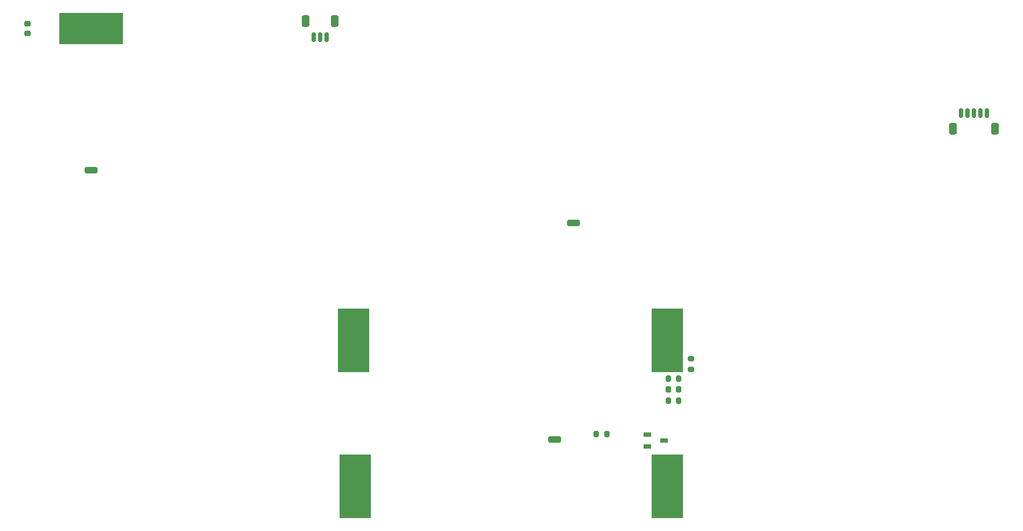
<source format=gtp>
G04 #@! TF.GenerationSoftware,KiCad,Pcbnew,7.0.9*
G04 #@! TF.CreationDate,2023-12-19T12:28:11+08:00*
G04 #@! TF.ProjectId,layer1,6c617965-7231-42e6-9b69-6361645f7063,rev?*
G04 #@! TF.SameCoordinates,Original*
G04 #@! TF.FileFunction,Paste,Top*
G04 #@! TF.FilePolarity,Positive*
%FSLAX46Y46*%
G04 Gerber Fmt 4.6, Leading zero omitted, Abs format (unit mm)*
G04 Created by KiCad (PCBNEW 7.0.9) date 2023-12-19 12:28:11*
%MOMM*%
%LPD*%
G01*
G04 APERTURE LIST*
G04 Aperture macros list*
%AMRoundRect*
0 Rectangle with rounded corners*
0 $1 Rounding radius*
0 $2 $3 $4 $5 $6 $7 $8 $9 X,Y pos of 4 corners*
0 Add a 4 corners polygon primitive as box body*
4,1,4,$2,$3,$4,$5,$6,$7,$8,$9,$2,$3,0*
0 Add four circle primitives for the rounded corners*
1,1,$1+$1,$2,$3*
1,1,$1+$1,$4,$5*
1,1,$1+$1,$6,$7*
1,1,$1+$1,$8,$9*
0 Add four rect primitives between the rounded corners*
20,1,$1+$1,$2,$3,$4,$5,0*
20,1,$1+$1,$4,$5,$6,$7,0*
20,1,$1+$1,$6,$7,$8,$9,0*
20,1,$1+$1,$8,$9,$2,$3,0*%
G04 Aperture macros list end*
%ADD10RoundRect,0.200000X0.200000X0.275000X-0.200000X0.275000X-0.200000X-0.275000X0.200000X-0.275000X0*%
%ADD11R,5.000000X10.000000*%
%ADD12R,10.000000X5.000000*%
%ADD13R,1.220000X0.650000*%
%ADD14RoundRect,0.225000X0.250000X-0.225000X0.250000X0.225000X-0.250000X0.225000X-0.250000X-0.225000X0*%
%ADD15RoundRect,0.250000X0.750000X-0.250000X0.750000X0.250000X-0.750000X0.250000X-0.750000X-0.250000X0*%
%ADD16RoundRect,0.150000X-0.150000X-0.625000X0.150000X-0.625000X0.150000X0.625000X-0.150000X0.625000X0*%
%ADD17RoundRect,0.250000X-0.350000X-0.650000X0.350000X-0.650000X0.350000X0.650000X-0.350000X0.650000X0*%
%ADD18RoundRect,0.150000X0.150000X0.625000X-0.150000X0.625000X-0.150000X-0.625000X0.150000X-0.625000X0*%
%ADD19RoundRect,0.250000X0.350000X0.650000X-0.350000X0.650000X-0.350000X-0.650000X0.350000X-0.650000X0*%
%ADD20RoundRect,0.225000X0.225000X0.250000X-0.225000X0.250000X-0.225000X-0.250000X0.225000X-0.250000X0*%
%ADD21RoundRect,0.200000X0.275000X-0.200000X0.275000X0.200000X-0.275000X0.200000X-0.275000X-0.200000X0*%
G04 APERTURE END LIST*
D10*
X120000000Y-168750000D03*
X118350000Y-168750000D03*
X131325000Y-163500000D03*
X129675000Y-163500000D03*
D11*
X129500000Y-177000000D03*
D12*
X39000000Y-105000000D03*
D13*
X126380000Y-168800000D03*
X126380000Y-170700000D03*
X129000000Y-169750000D03*
D14*
X29000000Y-105775000D03*
X29000000Y-104225000D03*
D15*
X111800000Y-169600000D03*
D16*
X74000000Y-106325000D03*
X75000000Y-106325000D03*
X76000000Y-106325000D03*
D17*
X72700000Y-103800000D03*
X77300000Y-103800000D03*
D18*
X179700000Y-118250000D03*
X178700000Y-118250000D03*
X177700000Y-118250000D03*
X176700000Y-118250000D03*
X175700000Y-118250000D03*
D19*
X181000000Y-120775000D03*
X174400000Y-120775000D03*
D11*
X129500000Y-154000000D03*
D15*
X39000000Y-127250000D03*
D11*
X80250000Y-154000000D03*
D20*
X131275000Y-161750000D03*
X129725000Y-161750000D03*
D21*
X133250000Y-158575000D03*
X133250000Y-156925000D03*
D10*
X131325000Y-160000000D03*
X129675000Y-160000000D03*
D11*
X80500000Y-177000000D03*
D15*
X114800000Y-135600000D03*
M02*

</source>
